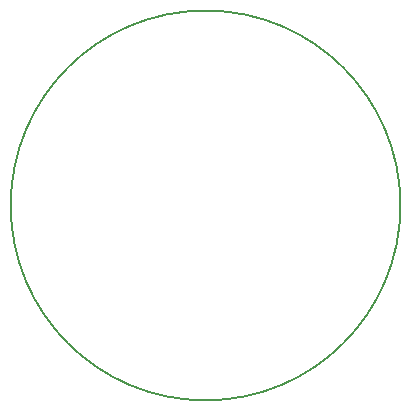
<source format=gbr>
G04 #@! TF.GenerationSoftware,KiCad,Pcbnew,5.1.4-e60b266~84~ubuntu18.04.1*
G04 #@! TF.CreationDate,2019-09-27T19:03:02-04:00*
G04 #@! TF.ProjectId,BAR30-SENSOR,42415233-302d-4534-954e-534f522e6b69,rev?*
G04 #@! TF.SameCoordinates,Original*
G04 #@! TF.FileFunction,Profile,NP*
%FSLAX46Y46*%
G04 Gerber Fmt 4.6, Leading zero omitted, Abs format (unit mm)*
G04 Created by KiCad (PCBNEW 5.1.4-e60b266~84~ubuntu18.04.1) date 2019-09-27 19:03:02*
%MOMM*%
%LPD*%
G04 APERTURE LIST*
%ADD10C,0.150000*%
G04 APERTURE END LIST*
D10*
X71323360Y-43139360D02*
G75*
G03X71323360Y-43139360I-16500000J0D01*
G01*
M02*

</source>
